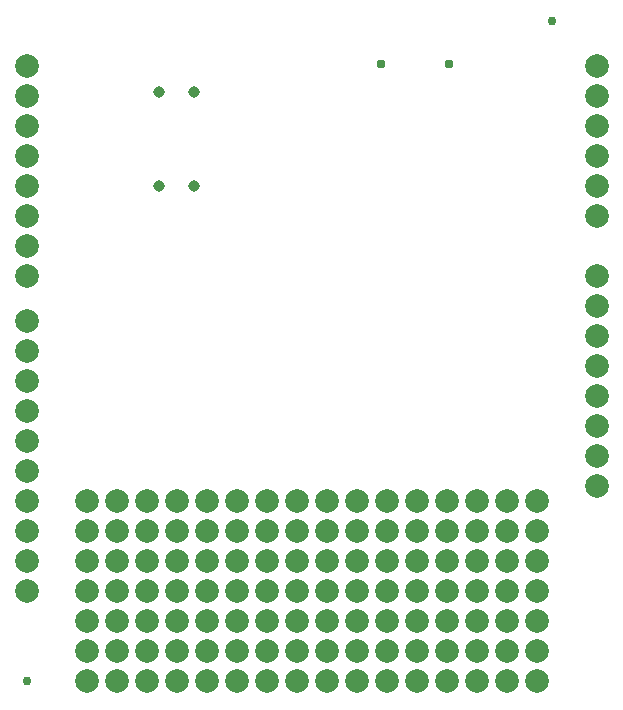
<source format=gbs>
G04 EAGLE Gerber RS-274X export*
G75*
%MOMM*%
%FSLAX34Y34*%
%LPD*%
%INSoldermask Bottom*%
%IPPOS*%
%AMOC8*
5,1,8,0,0,1.08239X$1,22.5*%
G01*
%ADD10C,0.762000*%
%ADD11C,0.777000*%
%ADD12C,2.006600*%
%ADD13C,0.977000*%


D10*
X25400Y0D03*
X469900Y558800D03*
D11*
X383230Y522450D03*
X325430Y522450D03*
D12*
X76200Y152400D03*
X101600Y152400D03*
X127000Y152400D03*
X152400Y152400D03*
X177800Y152400D03*
X203200Y152400D03*
X228600Y152400D03*
X254000Y152400D03*
X279400Y152400D03*
X304800Y152400D03*
X330200Y152400D03*
X355600Y152400D03*
X381000Y152400D03*
X406400Y152400D03*
X431800Y152400D03*
X457200Y152400D03*
D13*
X137400Y499110D03*
X167400Y499110D03*
X167400Y419100D03*
X137400Y419100D03*
D12*
X508000Y215900D03*
X508000Y241300D03*
X508000Y266700D03*
X508000Y292100D03*
X508000Y317500D03*
X508000Y342900D03*
X508000Y393700D03*
X508000Y419100D03*
X508000Y444500D03*
X508000Y469900D03*
X508000Y495300D03*
X508000Y520700D03*
X25400Y520700D03*
X25400Y495300D03*
X25400Y469900D03*
X25400Y444500D03*
X25400Y419100D03*
X25400Y393700D03*
X25400Y368300D03*
X25400Y342900D03*
X25400Y304800D03*
X25400Y279400D03*
X25400Y254000D03*
X25400Y228600D03*
X25400Y203200D03*
X25400Y177800D03*
X25400Y152400D03*
X25400Y127000D03*
X25400Y101600D03*
X25400Y76200D03*
X508000Y190500D03*
X508000Y165100D03*
X76200Y127000D03*
X101600Y127000D03*
X127000Y127000D03*
X152400Y127000D03*
X177800Y127000D03*
X203200Y127000D03*
X228600Y127000D03*
X254000Y127000D03*
X279400Y127000D03*
X304800Y127000D03*
X330200Y127000D03*
X355600Y127000D03*
X381000Y127000D03*
X406400Y127000D03*
X431800Y127000D03*
X457200Y127000D03*
X76200Y101600D03*
X101600Y101600D03*
X127000Y101600D03*
X152400Y101600D03*
X177800Y101600D03*
X203200Y101600D03*
X228600Y101600D03*
X254000Y101600D03*
X279400Y101600D03*
X304800Y101600D03*
X330200Y101600D03*
X355600Y101600D03*
X381000Y101600D03*
X406400Y101600D03*
X431800Y101600D03*
X457200Y101600D03*
X76200Y76200D03*
X101600Y76200D03*
X127000Y76200D03*
X152400Y76200D03*
X177800Y76200D03*
X203200Y76200D03*
X228600Y76200D03*
X254000Y76200D03*
X279400Y76200D03*
X304800Y76200D03*
X330200Y76200D03*
X355600Y76200D03*
X381000Y76200D03*
X406400Y76200D03*
X431800Y76200D03*
X457200Y76200D03*
X76200Y50800D03*
X101600Y50800D03*
X127000Y50800D03*
X152400Y50800D03*
X177800Y50800D03*
X203200Y50800D03*
X228600Y50800D03*
X254000Y50800D03*
X279400Y50800D03*
X304800Y50800D03*
X330200Y50800D03*
X355600Y50800D03*
X381000Y50800D03*
X406400Y50800D03*
X431800Y50800D03*
X457200Y50800D03*
X76200Y25400D03*
X101600Y25400D03*
X127000Y25400D03*
X152400Y25400D03*
X177800Y25400D03*
X203200Y25400D03*
X228600Y25400D03*
X254000Y25400D03*
X279400Y25400D03*
X304800Y25400D03*
X330200Y25400D03*
X355600Y25400D03*
X381000Y25400D03*
X406400Y25400D03*
X431800Y25400D03*
X457200Y25400D03*
X76200Y0D03*
X101600Y0D03*
X127000Y0D03*
X152400Y0D03*
X177800Y0D03*
X203200Y0D03*
X228600Y0D03*
X254000Y0D03*
X279400Y0D03*
X304800Y0D03*
X330200Y0D03*
X355600Y0D03*
X381000Y0D03*
X406400Y0D03*
X431800Y0D03*
X457200Y0D03*
M02*

</source>
